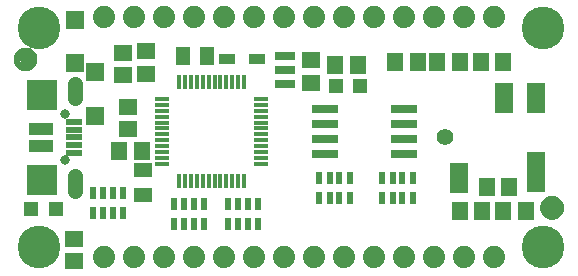
<source format=gbr>
G04 EAGLE Gerber RS-274X export*
G75*
%MOMM*%
%FSLAX34Y34*%
%LPD*%
%INSoldermask Top*%
%IPPOS*%
%AMOC8*
5,1,8,0,0,1.08239X$1,22.5*%
G01*
%ADD10R,2.301600X0.701600*%
%ADD11C,0.801600*%
%ADD12R,2.601600X2.601600*%
%ADD13C,1.309600*%
%ADD14R,2.101600X1.101600*%
%ADD15R,1.450000X0.500000*%
%ADD16R,1.601600X2.601600*%
%ADD17R,1.601600X3.501600*%
%ADD18C,1.401600*%
%ADD19R,1.401600X1.601600*%
%ADD20R,1.601600X1.401600*%
%ADD21R,1.601600X1.301600*%
%ADD22R,1.200000X0.400000*%
%ADD23R,0.400000X1.200000*%
%ADD24R,1.301600X1.601600*%
%ADD25R,1.451600X0.901600*%
%ADD26R,0.551600X1.001600*%
%ADD27C,3.617600*%
%ADD28C,1.879600*%
%ADD29C,1.101600*%
%ADD30C,0.500000*%
%ADD31R,1.301600X1.301600*%
%ADD32R,1.801600X0.801600*%
%ADD33R,1.501600X1.501600*%


D10*
X330330Y113030D03*
X264030Y113030D03*
X330330Y100330D03*
X330330Y125730D03*
X330330Y138430D03*
X264030Y100330D03*
X264030Y125730D03*
X264030Y138430D03*
D11*
X43180Y133800D03*
X43180Y94800D03*
D12*
X24180Y78300D03*
X24180Y150300D03*
D13*
X52180Y147300D02*
X52180Y159380D01*
X52180Y81300D02*
X52180Y69220D01*
D14*
X23180Y121800D03*
X23180Y106800D03*
D15*
X50930Y127300D03*
X50930Y120800D03*
X50930Y114300D03*
X50930Y107800D03*
X50930Y101300D03*
D16*
X441900Y147300D03*
X376900Y80300D03*
X414900Y147300D03*
D17*
X441900Y85300D03*
D18*
X364900Y114300D03*
D19*
X108560Y102870D03*
X89560Y102870D03*
D20*
X251460Y179680D03*
X251460Y160680D03*
D21*
X109220Y86700D03*
X109220Y65700D03*
D20*
X96520Y121310D03*
X96520Y140310D03*
X111760Y187300D03*
X111760Y168300D03*
D22*
X125640Y91880D03*
X125640Y96880D03*
X125640Y101880D03*
X125640Y106880D03*
X125640Y111880D03*
X125640Y116880D03*
X125640Y121880D03*
X125640Y126880D03*
X125640Y131880D03*
X125640Y136880D03*
X125640Y141880D03*
X125640Y146880D03*
X209640Y91880D03*
X209640Y96880D03*
X209640Y101880D03*
X209640Y106880D03*
X209640Y111880D03*
X209640Y116880D03*
X209640Y121880D03*
X209640Y126880D03*
X209640Y131880D03*
X209640Y136880D03*
X209640Y141880D03*
X209640Y146880D03*
D23*
X195140Y77380D03*
X190140Y77380D03*
X185140Y77380D03*
X180140Y77380D03*
X175140Y77380D03*
X170140Y77380D03*
X165140Y77380D03*
X160140Y77380D03*
X155140Y77380D03*
X150140Y77380D03*
X145140Y77380D03*
X140140Y77380D03*
X195140Y161380D03*
X190140Y161380D03*
X185140Y161380D03*
X180140Y161380D03*
X175140Y161380D03*
X170140Y161380D03*
X165140Y161380D03*
X160140Y161380D03*
X155140Y161380D03*
X150140Y161380D03*
X145140Y161380D03*
X140140Y161380D03*
D24*
X164170Y182880D03*
X143170Y182880D03*
D25*
X205740Y180340D03*
X180340Y180340D03*
D20*
X92710Y186030D03*
X92710Y167030D03*
D26*
X67010Y66920D03*
X67010Y49920D03*
X76010Y66920D03*
X84010Y66920D03*
X93010Y66920D03*
X93010Y49920D03*
X76010Y49920D03*
X84010Y49920D03*
D27*
X21590Y207010D03*
X21590Y21590D03*
X448310Y207010D03*
X448310Y21590D03*
D19*
X377850Y52070D03*
X396850Y52070D03*
X323240Y177800D03*
X342240Y177800D03*
X414680Y52070D03*
X433680Y52070D03*
X358800Y177800D03*
X377800Y177800D03*
X400710Y72390D03*
X419710Y72390D03*
X414630Y177800D03*
X395630Y177800D03*
D28*
X76200Y215900D03*
X101600Y215900D03*
X127000Y215900D03*
X152400Y215900D03*
X177800Y215900D03*
X203200Y215900D03*
X228600Y215900D03*
X254000Y215900D03*
X279400Y215900D03*
X304800Y215900D03*
X330200Y215900D03*
X355600Y215900D03*
X381000Y215900D03*
X406400Y215900D03*
D29*
X455930Y54610D03*
D30*
X455930Y62110D02*
X455749Y62108D01*
X455568Y62101D01*
X455387Y62090D01*
X455206Y62075D01*
X455026Y62055D01*
X454846Y62031D01*
X454667Y62003D01*
X454489Y61970D01*
X454312Y61933D01*
X454135Y61892D01*
X453960Y61847D01*
X453785Y61797D01*
X453612Y61743D01*
X453441Y61685D01*
X453270Y61623D01*
X453102Y61556D01*
X452935Y61486D01*
X452769Y61412D01*
X452606Y61333D01*
X452445Y61251D01*
X452285Y61165D01*
X452128Y61075D01*
X451973Y60981D01*
X451820Y60884D01*
X451670Y60782D01*
X451522Y60678D01*
X451376Y60569D01*
X451234Y60458D01*
X451094Y60342D01*
X450957Y60224D01*
X450822Y60102D01*
X450691Y59977D01*
X450563Y59849D01*
X450438Y59718D01*
X450316Y59583D01*
X450198Y59446D01*
X450082Y59306D01*
X449971Y59164D01*
X449862Y59018D01*
X449758Y58870D01*
X449656Y58720D01*
X449559Y58567D01*
X449465Y58412D01*
X449375Y58255D01*
X449289Y58095D01*
X449207Y57934D01*
X449128Y57771D01*
X449054Y57605D01*
X448984Y57438D01*
X448917Y57270D01*
X448855Y57099D01*
X448797Y56928D01*
X448743Y56755D01*
X448693Y56580D01*
X448648Y56405D01*
X448607Y56228D01*
X448570Y56051D01*
X448537Y55873D01*
X448509Y55694D01*
X448485Y55514D01*
X448465Y55334D01*
X448450Y55153D01*
X448439Y54972D01*
X448432Y54791D01*
X448430Y54610D01*
X455930Y62110D02*
X456111Y62108D01*
X456292Y62101D01*
X456473Y62090D01*
X456654Y62075D01*
X456834Y62055D01*
X457014Y62031D01*
X457193Y62003D01*
X457371Y61970D01*
X457548Y61933D01*
X457725Y61892D01*
X457900Y61847D01*
X458075Y61797D01*
X458248Y61743D01*
X458419Y61685D01*
X458590Y61623D01*
X458758Y61556D01*
X458925Y61486D01*
X459091Y61412D01*
X459254Y61333D01*
X459415Y61251D01*
X459575Y61165D01*
X459732Y61075D01*
X459887Y60981D01*
X460040Y60884D01*
X460190Y60782D01*
X460338Y60678D01*
X460484Y60569D01*
X460626Y60458D01*
X460766Y60342D01*
X460903Y60224D01*
X461038Y60102D01*
X461169Y59977D01*
X461297Y59849D01*
X461422Y59718D01*
X461544Y59583D01*
X461662Y59446D01*
X461778Y59306D01*
X461889Y59164D01*
X461998Y59018D01*
X462102Y58870D01*
X462204Y58720D01*
X462301Y58567D01*
X462395Y58412D01*
X462485Y58255D01*
X462571Y58095D01*
X462653Y57934D01*
X462732Y57771D01*
X462806Y57605D01*
X462876Y57438D01*
X462943Y57270D01*
X463005Y57099D01*
X463063Y56928D01*
X463117Y56755D01*
X463167Y56580D01*
X463212Y56405D01*
X463253Y56228D01*
X463290Y56051D01*
X463323Y55873D01*
X463351Y55694D01*
X463375Y55514D01*
X463395Y55334D01*
X463410Y55153D01*
X463421Y54972D01*
X463428Y54791D01*
X463430Y54610D01*
X463428Y54429D01*
X463421Y54248D01*
X463410Y54067D01*
X463395Y53886D01*
X463375Y53706D01*
X463351Y53526D01*
X463323Y53347D01*
X463290Y53169D01*
X463253Y52992D01*
X463212Y52815D01*
X463167Y52640D01*
X463117Y52465D01*
X463063Y52292D01*
X463005Y52121D01*
X462943Y51950D01*
X462876Y51782D01*
X462806Y51615D01*
X462732Y51449D01*
X462653Y51286D01*
X462571Y51125D01*
X462485Y50965D01*
X462395Y50808D01*
X462301Y50653D01*
X462204Y50500D01*
X462102Y50350D01*
X461998Y50202D01*
X461889Y50056D01*
X461778Y49914D01*
X461662Y49774D01*
X461544Y49637D01*
X461422Y49502D01*
X461297Y49371D01*
X461169Y49243D01*
X461038Y49118D01*
X460903Y48996D01*
X460766Y48878D01*
X460626Y48762D01*
X460484Y48651D01*
X460338Y48542D01*
X460190Y48438D01*
X460040Y48336D01*
X459887Y48239D01*
X459732Y48145D01*
X459575Y48055D01*
X459415Y47969D01*
X459254Y47887D01*
X459091Y47808D01*
X458925Y47734D01*
X458758Y47664D01*
X458590Y47597D01*
X458419Y47535D01*
X458248Y47477D01*
X458075Y47423D01*
X457900Y47373D01*
X457725Y47328D01*
X457548Y47287D01*
X457371Y47250D01*
X457193Y47217D01*
X457014Y47189D01*
X456834Y47165D01*
X456654Y47145D01*
X456473Y47130D01*
X456292Y47119D01*
X456111Y47112D01*
X455930Y47110D01*
X455749Y47112D01*
X455568Y47119D01*
X455387Y47130D01*
X455206Y47145D01*
X455026Y47165D01*
X454846Y47189D01*
X454667Y47217D01*
X454489Y47250D01*
X454312Y47287D01*
X454135Y47328D01*
X453960Y47373D01*
X453785Y47423D01*
X453612Y47477D01*
X453441Y47535D01*
X453270Y47597D01*
X453102Y47664D01*
X452935Y47734D01*
X452769Y47808D01*
X452606Y47887D01*
X452445Y47969D01*
X452285Y48055D01*
X452128Y48145D01*
X451973Y48239D01*
X451820Y48336D01*
X451670Y48438D01*
X451522Y48542D01*
X451376Y48651D01*
X451234Y48762D01*
X451094Y48878D01*
X450957Y48996D01*
X450822Y49118D01*
X450691Y49243D01*
X450563Y49371D01*
X450438Y49502D01*
X450316Y49637D01*
X450198Y49774D01*
X450082Y49914D01*
X449971Y50056D01*
X449862Y50202D01*
X449758Y50350D01*
X449656Y50500D01*
X449559Y50653D01*
X449465Y50808D01*
X449375Y50965D01*
X449289Y51125D01*
X449207Y51286D01*
X449128Y51449D01*
X449054Y51615D01*
X448984Y51782D01*
X448917Y51950D01*
X448855Y52121D01*
X448797Y52292D01*
X448743Y52465D01*
X448693Y52640D01*
X448648Y52815D01*
X448607Y52992D01*
X448570Y53169D01*
X448537Y53347D01*
X448509Y53526D01*
X448485Y53706D01*
X448465Y53886D01*
X448450Y54067D01*
X448439Y54248D01*
X448432Y54429D01*
X448430Y54610D01*
D29*
X10160Y180340D03*
D30*
X10160Y187840D02*
X9979Y187838D01*
X9798Y187831D01*
X9617Y187820D01*
X9436Y187805D01*
X9256Y187785D01*
X9076Y187761D01*
X8897Y187733D01*
X8719Y187700D01*
X8542Y187663D01*
X8365Y187622D01*
X8190Y187577D01*
X8015Y187527D01*
X7842Y187473D01*
X7671Y187415D01*
X7500Y187353D01*
X7332Y187286D01*
X7165Y187216D01*
X6999Y187142D01*
X6836Y187063D01*
X6675Y186981D01*
X6515Y186895D01*
X6358Y186805D01*
X6203Y186711D01*
X6050Y186614D01*
X5900Y186512D01*
X5752Y186408D01*
X5606Y186299D01*
X5464Y186188D01*
X5324Y186072D01*
X5187Y185954D01*
X5052Y185832D01*
X4921Y185707D01*
X4793Y185579D01*
X4668Y185448D01*
X4546Y185313D01*
X4428Y185176D01*
X4312Y185036D01*
X4201Y184894D01*
X4092Y184748D01*
X3988Y184600D01*
X3886Y184450D01*
X3789Y184297D01*
X3695Y184142D01*
X3605Y183985D01*
X3519Y183825D01*
X3437Y183664D01*
X3358Y183501D01*
X3284Y183335D01*
X3214Y183168D01*
X3147Y183000D01*
X3085Y182829D01*
X3027Y182658D01*
X2973Y182485D01*
X2923Y182310D01*
X2878Y182135D01*
X2837Y181958D01*
X2800Y181781D01*
X2767Y181603D01*
X2739Y181424D01*
X2715Y181244D01*
X2695Y181064D01*
X2680Y180883D01*
X2669Y180702D01*
X2662Y180521D01*
X2660Y180340D01*
X10160Y187840D02*
X10341Y187838D01*
X10522Y187831D01*
X10703Y187820D01*
X10884Y187805D01*
X11064Y187785D01*
X11244Y187761D01*
X11423Y187733D01*
X11601Y187700D01*
X11778Y187663D01*
X11955Y187622D01*
X12130Y187577D01*
X12305Y187527D01*
X12478Y187473D01*
X12649Y187415D01*
X12820Y187353D01*
X12988Y187286D01*
X13155Y187216D01*
X13321Y187142D01*
X13484Y187063D01*
X13645Y186981D01*
X13805Y186895D01*
X13962Y186805D01*
X14117Y186711D01*
X14270Y186614D01*
X14420Y186512D01*
X14568Y186408D01*
X14714Y186299D01*
X14856Y186188D01*
X14996Y186072D01*
X15133Y185954D01*
X15268Y185832D01*
X15399Y185707D01*
X15527Y185579D01*
X15652Y185448D01*
X15774Y185313D01*
X15892Y185176D01*
X16008Y185036D01*
X16119Y184894D01*
X16228Y184748D01*
X16332Y184600D01*
X16434Y184450D01*
X16531Y184297D01*
X16625Y184142D01*
X16715Y183985D01*
X16801Y183825D01*
X16883Y183664D01*
X16962Y183501D01*
X17036Y183335D01*
X17106Y183168D01*
X17173Y183000D01*
X17235Y182829D01*
X17293Y182658D01*
X17347Y182485D01*
X17397Y182310D01*
X17442Y182135D01*
X17483Y181958D01*
X17520Y181781D01*
X17553Y181603D01*
X17581Y181424D01*
X17605Y181244D01*
X17625Y181064D01*
X17640Y180883D01*
X17651Y180702D01*
X17658Y180521D01*
X17660Y180340D01*
X17658Y180159D01*
X17651Y179978D01*
X17640Y179797D01*
X17625Y179616D01*
X17605Y179436D01*
X17581Y179256D01*
X17553Y179077D01*
X17520Y178899D01*
X17483Y178722D01*
X17442Y178545D01*
X17397Y178370D01*
X17347Y178195D01*
X17293Y178022D01*
X17235Y177851D01*
X17173Y177680D01*
X17106Y177512D01*
X17036Y177345D01*
X16962Y177179D01*
X16883Y177016D01*
X16801Y176855D01*
X16715Y176695D01*
X16625Y176538D01*
X16531Y176383D01*
X16434Y176230D01*
X16332Y176080D01*
X16228Y175932D01*
X16119Y175786D01*
X16008Y175644D01*
X15892Y175504D01*
X15774Y175367D01*
X15652Y175232D01*
X15527Y175101D01*
X15399Y174973D01*
X15268Y174848D01*
X15133Y174726D01*
X14996Y174608D01*
X14856Y174492D01*
X14714Y174381D01*
X14568Y174272D01*
X14420Y174168D01*
X14270Y174066D01*
X14117Y173969D01*
X13962Y173875D01*
X13805Y173785D01*
X13645Y173699D01*
X13484Y173617D01*
X13321Y173538D01*
X13155Y173464D01*
X12988Y173394D01*
X12820Y173327D01*
X12649Y173265D01*
X12478Y173207D01*
X12305Y173153D01*
X12130Y173103D01*
X11955Y173058D01*
X11778Y173017D01*
X11601Y172980D01*
X11423Y172947D01*
X11244Y172919D01*
X11064Y172895D01*
X10884Y172875D01*
X10703Y172860D01*
X10522Y172849D01*
X10341Y172842D01*
X10160Y172840D01*
X9979Y172842D01*
X9798Y172849D01*
X9617Y172860D01*
X9436Y172875D01*
X9256Y172895D01*
X9076Y172919D01*
X8897Y172947D01*
X8719Y172980D01*
X8542Y173017D01*
X8365Y173058D01*
X8190Y173103D01*
X8015Y173153D01*
X7842Y173207D01*
X7671Y173265D01*
X7500Y173327D01*
X7332Y173394D01*
X7165Y173464D01*
X6999Y173538D01*
X6836Y173617D01*
X6675Y173699D01*
X6515Y173785D01*
X6358Y173875D01*
X6203Y173969D01*
X6050Y174066D01*
X5900Y174168D01*
X5752Y174272D01*
X5606Y174381D01*
X5464Y174492D01*
X5324Y174608D01*
X5187Y174726D01*
X5052Y174848D01*
X4921Y174973D01*
X4793Y175101D01*
X4668Y175232D01*
X4546Y175367D01*
X4428Y175504D01*
X4312Y175644D01*
X4201Y175786D01*
X4092Y175932D01*
X3988Y176080D01*
X3886Y176230D01*
X3789Y176383D01*
X3695Y176538D01*
X3605Y176695D01*
X3519Y176855D01*
X3437Y177016D01*
X3358Y177179D01*
X3284Y177345D01*
X3214Y177512D01*
X3147Y177680D01*
X3085Y177851D01*
X3027Y178022D01*
X2973Y178195D01*
X2923Y178370D01*
X2878Y178545D01*
X2837Y178722D01*
X2800Y178899D01*
X2767Y179077D01*
X2739Y179256D01*
X2715Y179436D01*
X2695Y179616D01*
X2680Y179797D01*
X2669Y179978D01*
X2662Y180159D01*
X2660Y180340D01*
D28*
X406400Y12700D03*
X381000Y12700D03*
X355600Y12700D03*
X330200Y12700D03*
X304800Y12700D03*
X279400Y12700D03*
X254000Y12700D03*
X228600Y12700D03*
X203200Y12700D03*
X177800Y12700D03*
X152400Y12700D03*
X127000Y12700D03*
X101600Y12700D03*
X76200Y12700D03*
D31*
X14900Y53340D03*
X35900Y53340D03*
D20*
X50800Y9550D03*
X50800Y28550D03*
D31*
X272710Y157480D03*
X293710Y157480D03*
D19*
X272440Y175260D03*
X291440Y175260D03*
D26*
X161590Y41030D03*
X161590Y58030D03*
X152590Y41030D03*
X144590Y41030D03*
X135590Y41030D03*
X135590Y58030D03*
X152590Y58030D03*
X144590Y58030D03*
X207310Y41030D03*
X207310Y58030D03*
X198310Y41030D03*
X190310Y41030D03*
X181310Y41030D03*
X181310Y58030D03*
X198310Y58030D03*
X190310Y58030D03*
X312120Y79620D03*
X312120Y62620D03*
X321120Y79620D03*
X329120Y79620D03*
X338120Y79620D03*
X338120Y62620D03*
X321120Y62620D03*
X329120Y62620D03*
X284780Y62620D03*
X284780Y79620D03*
X275780Y62620D03*
X267780Y62620D03*
X258780Y62620D03*
X258780Y79620D03*
X275780Y79620D03*
X267780Y79620D03*
D32*
X229870Y183450D03*
X229870Y171450D03*
X229870Y159450D03*
D33*
X52070Y177080D03*
X52070Y214080D03*
X68580Y169630D03*
X68580Y132630D03*
M02*

</source>
